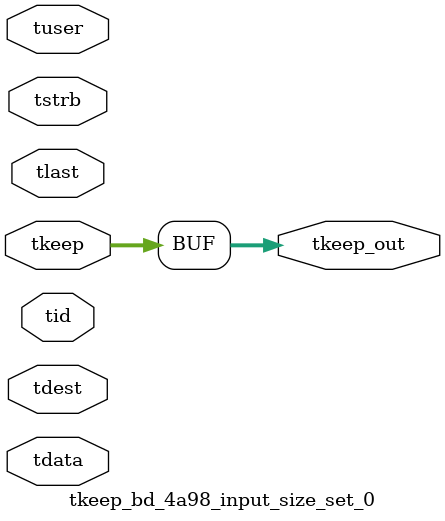
<source format=v>


`timescale 1ps/1ps

module tkeep_bd_4a98_input_size_set_0 #
(
parameter C_S_AXIS_TDATA_WIDTH = 32,
parameter C_S_AXIS_TUSER_WIDTH = 0,
parameter C_S_AXIS_TID_WIDTH   = 0,
parameter C_S_AXIS_TDEST_WIDTH = 0,
parameter C_M_AXIS_TDATA_WIDTH = 32
)
(
input  [(C_S_AXIS_TDATA_WIDTH == 0 ? 1 : C_S_AXIS_TDATA_WIDTH)-1:0     ] tdata,
input  [(C_S_AXIS_TUSER_WIDTH == 0 ? 1 : C_S_AXIS_TUSER_WIDTH)-1:0     ] tuser,
input  [(C_S_AXIS_TID_WIDTH   == 0 ? 1 : C_S_AXIS_TID_WIDTH)-1:0       ] tid,
input  [(C_S_AXIS_TDEST_WIDTH == 0 ? 1 : C_S_AXIS_TDEST_WIDTH)-1:0     ] tdest,
input  [(C_S_AXIS_TDATA_WIDTH/8)-1:0 ] tkeep,
input  [(C_S_AXIS_TDATA_WIDTH/8)-1:0 ] tstrb,
input                                                                    tlast,
output [(C_M_AXIS_TDATA_WIDTH/8)-1:0 ] tkeep_out
);

assign tkeep_out = {tkeep[5:0]};

endmodule


</source>
